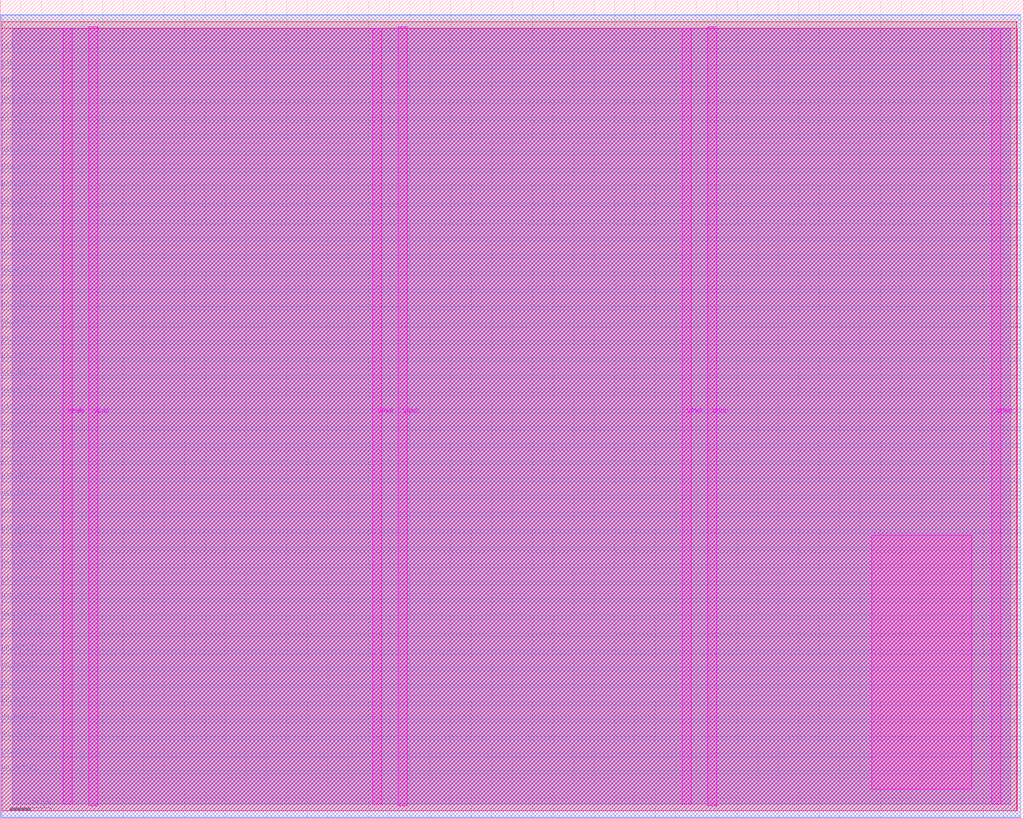
<source format=lef>
VERSION 5.7 ;
  NOWIREEXTENSIONATPIN ON ;
  DIVIDERCHAR "/" ;
  BUSBITCHARS "[]" ;
MACRO heichips25_can_lehmann_fsm
  CLASS BLOCK ;
  FOREIGN heichips25_can_lehmann_fsm ;
  ORIGIN 0.000 0.000 ;
  SIZE 250.000 BY 200.000 ;
  PIN VGND
    DIRECTION INOUT ;
    USE GROUND ;
    PORT
      LAYER TopMetal1 ;
        RECT 21.580 3.150 23.780 193.410 ;
    END
    PORT
      LAYER TopMetal1 ;
        RECT 97.180 3.150 99.380 193.410 ;
    END
    PORT
      LAYER TopMetal1 ;
        RECT 172.780 3.150 174.980 193.410 ;
    END
  END VGND
  PIN VPWR
    DIRECTION INOUT ;
    USE POWER ;
    PORT
      LAYER TopMetal1 ;
        RECT 15.380 3.560 17.580 193.000 ;
    END
    PORT
      LAYER TopMetal1 ;
        RECT 90.980 3.560 93.180 193.000 ;
    END
    PORT
      LAYER TopMetal1 ;
        RECT 166.580 3.560 168.780 193.000 ;
    END
    PORT
      LAYER TopMetal1 ;
        RECT 242.180 3.560 244.380 193.000 ;
    END
  END VPWR
  PIN clk
    DIRECTION INPUT ;
    USE SIGNAL ;
    ANTENNAGATEAREA 0.725400 ;
    PORT
      LAYER Metal3 ;
        RECT 0.000 183.340 0.400 183.740 ;
    END
  END clk
  PIN ena
    DIRECTION INPUT ;
    USE SIGNAL ;
    PORT
      LAYER Metal3 ;
        RECT 0.000 179.140 0.400 179.540 ;
    END
  END ena
  PIN rst_n
    DIRECTION INPUT ;
    USE SIGNAL ;
    ANTENNAGATEAREA 0.725400 ;
    PORT
      LAYER Metal3 ;
        RECT 0.000 187.540 0.400 187.940 ;
    END
  END rst_n
  PIN ui_in[0]
    DIRECTION INPUT ;
    USE SIGNAL ;
    ANTENNAGATEAREA 0.789100 ;
    ANTENNADIFFAREA 2.015400 ;
    PORT
      LAYER Metal3 ;
        RECT 0.000 111.940 0.400 112.340 ;
    END
  END ui_in[0]
  PIN ui_in[1]
    DIRECTION INPUT ;
    USE SIGNAL ;
    ANTENNAGATEAREA 0.789100 ;
    ANTENNADIFFAREA 2.015400 ;
    PORT
      LAYER Metal3 ;
        RECT 0.000 116.140 0.400 116.540 ;
    END
  END ui_in[1]
  PIN ui_in[2]
    DIRECTION INPUT ;
    USE SIGNAL ;
    ANTENNAGATEAREA 0.789100 ;
    ANTENNADIFFAREA 2.015400 ;
    PORT
      LAYER Metal3 ;
        RECT 0.000 120.340 0.400 120.740 ;
    END
  END ui_in[2]
  PIN ui_in[3]
    DIRECTION INPUT ;
    USE SIGNAL ;
    ANTENNAGATEAREA 0.789100 ;
    ANTENNADIFFAREA 2.015400 ;
    PORT
      LAYER Metal3 ;
        RECT 0.000 124.540 0.400 124.940 ;
    END
  END ui_in[3]
  PIN ui_in[4]
    DIRECTION INPUT ;
    USE SIGNAL ;
    PORT
      LAYER Metal3 ;
        RECT 0.000 128.740 0.400 129.140 ;
    END
  END ui_in[4]
  PIN ui_in[5]
    DIRECTION INPUT ;
    USE SIGNAL ;
    ANTENNAGATEAREA 0.789100 ;
    ANTENNADIFFAREA 2.015400 ;
    PORT
      LAYER Metal3 ;
        RECT 0.000 132.940 0.400 133.340 ;
    END
  END ui_in[5]
  PIN ui_in[6]
    DIRECTION INPUT ;
    USE SIGNAL ;
    ANTENNAGATEAREA 0.789100 ;
    ANTENNADIFFAREA 2.015400 ;
    PORT
      LAYER Metal3 ;
        RECT 0.000 137.140 0.400 137.540 ;
    END
  END ui_in[6]
  PIN ui_in[7]
    DIRECTION INPUT ;
    USE SIGNAL ;
    PORT
      LAYER Metal3 ;
        RECT 0.000 141.340 0.400 141.740 ;
    END
  END ui_in[7]
  PIN uio_in[0]
    DIRECTION INPUT ;
    USE SIGNAL ;
    ANTENNAGATEAREA 0.789100 ;
    ANTENNADIFFAREA 2.015400 ;
    PORT
      LAYER Metal3 ;
        RECT 0.000 145.540 0.400 145.940 ;
    END
  END uio_in[0]
  PIN uio_in[1]
    DIRECTION INPUT ;
    USE SIGNAL ;
    ANTENNAGATEAREA 0.789100 ;
    ANTENNADIFFAREA 2.015400 ;
    PORT
      LAYER Metal3 ;
        RECT 0.000 149.740 0.400 150.140 ;
    END
  END uio_in[1]
  PIN uio_in[2]
    DIRECTION INPUT ;
    USE SIGNAL ;
    ANTENNAGATEAREA 0.789100 ;
    ANTENNADIFFAREA 2.015400 ;
    PORT
      LAYER Metal3 ;
        RECT 0.000 153.940 0.400 154.340 ;
    END
  END uio_in[2]
  PIN uio_in[3]
    DIRECTION INPUT ;
    USE SIGNAL ;
    ANTENNAGATEAREA 0.789100 ;
    ANTENNADIFFAREA 2.015400 ;
    PORT
      LAYER Metal3 ;
        RECT 0.000 158.140 0.400 158.540 ;
    END
  END uio_in[3]
  PIN uio_in[4]
    DIRECTION INPUT ;
    USE SIGNAL ;
    ANTENNAGATEAREA 0.789100 ;
    ANTENNADIFFAREA 2.015400 ;
    PORT
      LAYER Metal3 ;
        RECT 0.000 162.340 0.400 162.740 ;
    END
  END uio_in[4]
  PIN uio_in[5]
    DIRECTION INPUT ;
    USE SIGNAL ;
    ANTENNAGATEAREA 0.789100 ;
    ANTENNADIFFAREA 2.015400 ;
    PORT
      LAYER Metal3 ;
        RECT 0.000 166.540 0.400 166.940 ;
    END
  END uio_in[5]
  PIN uio_in[6]
    DIRECTION INPUT ;
    USE SIGNAL ;
    ANTENNAGATEAREA 0.789100 ;
    ANTENNADIFFAREA 2.015400 ;
    PORT
      LAYER Metal3 ;
        RECT 0.000 170.740 0.400 171.140 ;
    END
  END uio_in[6]
  PIN uio_in[7]
    DIRECTION INPUT ;
    USE SIGNAL ;
    ANTENNAGATEAREA 0.789100 ;
    ANTENNADIFFAREA 2.015400 ;
    PORT
      LAYER Metal3 ;
        RECT 0.000 174.940 0.400 175.340 ;
    END
  END uio_in[7]
  PIN uio_oe[0]
    DIRECTION OUTPUT ;
    USE SIGNAL ;
    ANTENNADIFFAREA 0.299200 ;
    PORT
      LAYER Metal3 ;
        RECT 0.000 78.340 0.400 78.740 ;
    END
  END uio_oe[0]
  PIN uio_oe[1]
    DIRECTION OUTPUT ;
    USE SIGNAL ;
    ANTENNADIFFAREA 0.299200 ;
    PORT
      LAYER Metal3 ;
        RECT 0.000 82.540 0.400 82.940 ;
    END
  END uio_oe[1]
  PIN uio_oe[2]
    DIRECTION OUTPUT ;
    USE SIGNAL ;
    ANTENNADIFFAREA 0.299200 ;
    PORT
      LAYER Metal3 ;
        RECT 0.000 86.740 0.400 87.140 ;
    END
  END uio_oe[2]
  PIN uio_oe[3]
    DIRECTION OUTPUT ;
    USE SIGNAL ;
    ANTENNADIFFAREA 0.299200 ;
    PORT
      LAYER Metal3 ;
        RECT 0.000 90.940 0.400 91.340 ;
    END
  END uio_oe[3]
  PIN uio_oe[4]
    DIRECTION OUTPUT ;
    USE SIGNAL ;
    ANTENNADIFFAREA 0.299200 ;
    PORT
      LAYER Metal3 ;
        RECT 0.000 95.140 0.400 95.540 ;
    END
  END uio_oe[4]
  PIN uio_oe[5]
    DIRECTION OUTPUT ;
    USE SIGNAL ;
    ANTENNADIFFAREA 0.299200 ;
    PORT
      LAYER Metal3 ;
        RECT 0.000 99.340 0.400 99.740 ;
    END
  END uio_oe[5]
  PIN uio_oe[6]
    DIRECTION OUTPUT ;
    USE SIGNAL ;
    ANTENNADIFFAREA 0.299200 ;
    PORT
      LAYER Metal3 ;
        RECT 0.000 103.540 0.400 103.940 ;
    END
  END uio_oe[6]
  PIN uio_oe[7]
    DIRECTION OUTPUT ;
    USE SIGNAL ;
    ANTENNADIFFAREA 0.299200 ;
    PORT
      LAYER Metal3 ;
        RECT 0.000 107.740 0.400 108.140 ;
    END
  END uio_oe[7]
  PIN uio_out[0]
    DIRECTION OUTPUT ;
    USE SIGNAL ;
    ANTENNADIFFAREA 0.299200 ;
    PORT
      LAYER Metal3 ;
        RECT 0.000 44.740 0.400 45.140 ;
    END
  END uio_out[0]
  PIN uio_out[1]
    DIRECTION OUTPUT ;
    USE SIGNAL ;
    ANTENNADIFFAREA 0.299200 ;
    PORT
      LAYER Metal3 ;
        RECT 0.000 48.940 0.400 49.340 ;
    END
  END uio_out[1]
  PIN uio_out[2]
    DIRECTION OUTPUT ;
    USE SIGNAL ;
    ANTENNADIFFAREA 0.299200 ;
    PORT
      LAYER Metal3 ;
        RECT 0.000 53.140 0.400 53.540 ;
    END
  END uio_out[2]
  PIN uio_out[3]
    DIRECTION OUTPUT ;
    USE SIGNAL ;
    ANTENNADIFFAREA 0.299200 ;
    PORT
      LAYER Metal3 ;
        RECT 0.000 57.340 0.400 57.740 ;
    END
  END uio_out[3]
  PIN uio_out[4]
    DIRECTION OUTPUT ;
    USE SIGNAL ;
    ANTENNADIFFAREA 0.299200 ;
    PORT
      LAYER Metal3 ;
        RECT 0.000 61.540 0.400 61.940 ;
    END
  END uio_out[4]
  PIN uio_out[5]
    DIRECTION OUTPUT ;
    USE SIGNAL ;
    ANTENNADIFFAREA 0.299200 ;
    PORT
      LAYER Metal3 ;
        RECT 0.000 65.740 0.400 66.140 ;
    END
  END uio_out[5]
  PIN uio_out[6]
    DIRECTION OUTPUT ;
    USE SIGNAL ;
    ANTENNADIFFAREA 0.299200 ;
    PORT
      LAYER Metal3 ;
        RECT 0.000 69.940 0.400 70.340 ;
    END
  END uio_out[6]
  PIN uio_out[7]
    DIRECTION OUTPUT ;
    USE SIGNAL ;
    ANTENNADIFFAREA 0.299200 ;
    PORT
      LAYER Metal3 ;
        RECT 0.000 74.140 0.400 74.540 ;
    END
  END uio_out[7]
  PIN uo_out[0]
    DIRECTION OUTPUT ;
    USE SIGNAL ;
    ANTENNADIFFAREA 0.708600 ;
    PORT
      LAYER Metal3 ;
        RECT 0.000 11.140 0.400 11.540 ;
    END
  END uo_out[0]
  PIN uo_out[1]
    DIRECTION OUTPUT ;
    USE SIGNAL ;
    ANTENNADIFFAREA 0.708600 ;
    PORT
      LAYER Metal3 ;
        RECT 0.000 15.340 0.400 15.740 ;
    END
  END uo_out[1]
  PIN uo_out[2]
    DIRECTION OUTPUT ;
    USE SIGNAL ;
    ANTENNADIFFAREA 0.708600 ;
    PORT
      LAYER Metal3 ;
        RECT 0.000 19.540 0.400 19.940 ;
    END
  END uo_out[2]
  PIN uo_out[3]
    DIRECTION OUTPUT ;
    USE SIGNAL ;
    ANTENNADIFFAREA 0.708600 ;
    PORT
      LAYER Metal3 ;
        RECT 0.000 23.740 0.400 24.140 ;
    END
  END uo_out[3]
  PIN uo_out[4]
    DIRECTION OUTPUT ;
    USE SIGNAL ;
    ANTENNADIFFAREA 0.708600 ;
    PORT
      LAYER Metal3 ;
        RECT 0.000 27.940 0.400 28.340 ;
    END
  END uo_out[4]
  PIN uo_out[5]
    DIRECTION OUTPUT ;
    USE SIGNAL ;
    ANTENNADIFFAREA 0.708600 ;
    PORT
      LAYER Metal3 ;
        RECT 0.000 32.140 0.400 32.540 ;
    END
  END uo_out[5]
  PIN uo_out[6]
    DIRECTION OUTPUT ;
    USE SIGNAL ;
    ANTENNADIFFAREA 0.708600 ;
    PORT
      LAYER Metal3 ;
        RECT 0.000 36.340 0.400 36.740 ;
    END
  END uo_out[6]
  PIN uo_out[7]
    DIRECTION OUTPUT ;
    USE SIGNAL ;
    ANTENNADIFFAREA 0.708600 ;
    PORT
      LAYER Metal3 ;
        RECT 0.000 40.540 0.400 40.940 ;
    END
  END uo_out[7]
  OBS
      LAYER GatPoly ;
        RECT 2.880 3.630 246.720 192.930 ;
      LAYER Metal1 ;
        RECT 2.880 3.560 246.720 193.000 ;
      LAYER Metal2 ;
        RECT 0.375 0.275 249.225 196.285 ;
      LAYER Metal3 ;
        RECT 0.100 188.150 249.265 196.240 ;
        RECT 0.610 187.330 249.265 188.150 ;
        RECT 0.100 183.950 249.265 187.330 ;
        RECT 0.610 183.130 249.265 183.950 ;
        RECT 0.100 179.750 249.265 183.130 ;
        RECT 0.610 178.930 249.265 179.750 ;
        RECT 0.100 175.550 249.265 178.930 ;
        RECT 0.610 174.730 249.265 175.550 ;
        RECT 0.100 171.350 249.265 174.730 ;
        RECT 0.610 170.530 249.265 171.350 ;
        RECT 0.100 167.150 249.265 170.530 ;
        RECT 0.610 166.330 249.265 167.150 ;
        RECT 0.100 162.950 249.265 166.330 ;
        RECT 0.610 162.130 249.265 162.950 ;
        RECT 0.100 158.750 249.265 162.130 ;
        RECT 0.610 157.930 249.265 158.750 ;
        RECT 0.100 154.550 249.265 157.930 ;
        RECT 0.610 153.730 249.265 154.550 ;
        RECT 0.100 150.350 249.265 153.730 ;
        RECT 0.610 149.530 249.265 150.350 ;
        RECT 0.100 146.150 249.265 149.530 ;
        RECT 0.610 145.330 249.265 146.150 ;
        RECT 0.100 141.950 249.265 145.330 ;
        RECT 0.610 141.130 249.265 141.950 ;
        RECT 0.100 137.750 249.265 141.130 ;
        RECT 0.610 136.930 249.265 137.750 ;
        RECT 0.100 133.550 249.265 136.930 ;
        RECT 0.610 132.730 249.265 133.550 ;
        RECT 0.100 129.350 249.265 132.730 ;
        RECT 0.610 128.530 249.265 129.350 ;
        RECT 0.100 125.150 249.265 128.530 ;
        RECT 0.610 124.330 249.265 125.150 ;
        RECT 0.100 120.950 249.265 124.330 ;
        RECT 0.610 120.130 249.265 120.950 ;
        RECT 0.100 116.750 249.265 120.130 ;
        RECT 0.610 115.930 249.265 116.750 ;
        RECT 0.100 112.550 249.265 115.930 ;
        RECT 0.610 111.730 249.265 112.550 ;
        RECT 0.100 108.350 249.265 111.730 ;
        RECT 0.610 107.530 249.265 108.350 ;
        RECT 0.100 104.150 249.265 107.530 ;
        RECT 0.610 103.330 249.265 104.150 ;
        RECT 0.100 99.950 249.265 103.330 ;
        RECT 0.610 99.130 249.265 99.950 ;
        RECT 0.100 95.750 249.265 99.130 ;
        RECT 0.610 94.930 249.265 95.750 ;
        RECT 0.100 91.550 249.265 94.930 ;
        RECT 0.610 90.730 249.265 91.550 ;
        RECT 0.100 87.350 249.265 90.730 ;
        RECT 0.610 86.530 249.265 87.350 ;
        RECT 0.100 83.150 249.265 86.530 ;
        RECT 0.610 82.330 249.265 83.150 ;
        RECT 0.100 78.950 249.265 82.330 ;
        RECT 0.610 78.130 249.265 78.950 ;
        RECT 0.100 74.750 249.265 78.130 ;
        RECT 0.610 73.930 249.265 74.750 ;
        RECT 0.100 70.550 249.265 73.930 ;
        RECT 0.610 69.730 249.265 70.550 ;
        RECT 0.100 66.350 249.265 69.730 ;
        RECT 0.610 65.530 249.265 66.350 ;
        RECT 0.100 62.150 249.265 65.530 ;
        RECT 0.610 61.330 249.265 62.150 ;
        RECT 0.100 57.950 249.265 61.330 ;
        RECT 0.610 57.130 249.265 57.950 ;
        RECT 0.100 53.750 249.265 57.130 ;
        RECT 0.610 52.930 249.265 53.750 ;
        RECT 0.100 49.550 249.265 52.930 ;
        RECT 0.610 48.730 249.265 49.550 ;
        RECT 0.100 45.350 249.265 48.730 ;
        RECT 0.610 44.530 249.265 45.350 ;
        RECT 0.100 41.150 249.265 44.530 ;
        RECT 0.610 40.330 249.265 41.150 ;
        RECT 0.100 36.950 249.265 40.330 ;
        RECT 0.610 36.130 249.265 36.950 ;
        RECT 0.100 32.750 249.265 36.130 ;
        RECT 0.610 31.930 249.265 32.750 ;
        RECT 0.100 28.550 249.265 31.930 ;
        RECT 0.610 27.730 249.265 28.550 ;
        RECT 0.100 24.350 249.265 27.730 ;
        RECT 0.610 23.530 249.265 24.350 ;
        RECT 0.100 20.150 249.265 23.530 ;
        RECT 0.610 19.330 249.265 20.150 ;
        RECT 0.100 15.950 249.265 19.330 ;
        RECT 0.610 15.130 249.265 15.950 ;
        RECT 0.100 11.750 249.265 15.130 ;
        RECT 0.610 10.930 249.265 11.750 ;
        RECT 0.100 0.320 249.265 10.930 ;
      LAYER Metal4 ;
        RECT 0.375 1.950 248.265 194.605 ;
      LAYER Metal5 ;
        RECT 0.335 2.000 248.305 193.090 ;
      LAYER TopMetal1 ;
        RECT 212.860 7.160 237.300 69.280 ;
  END
END heichips25_can_lehmann_fsm
END LIBRARY


</source>
